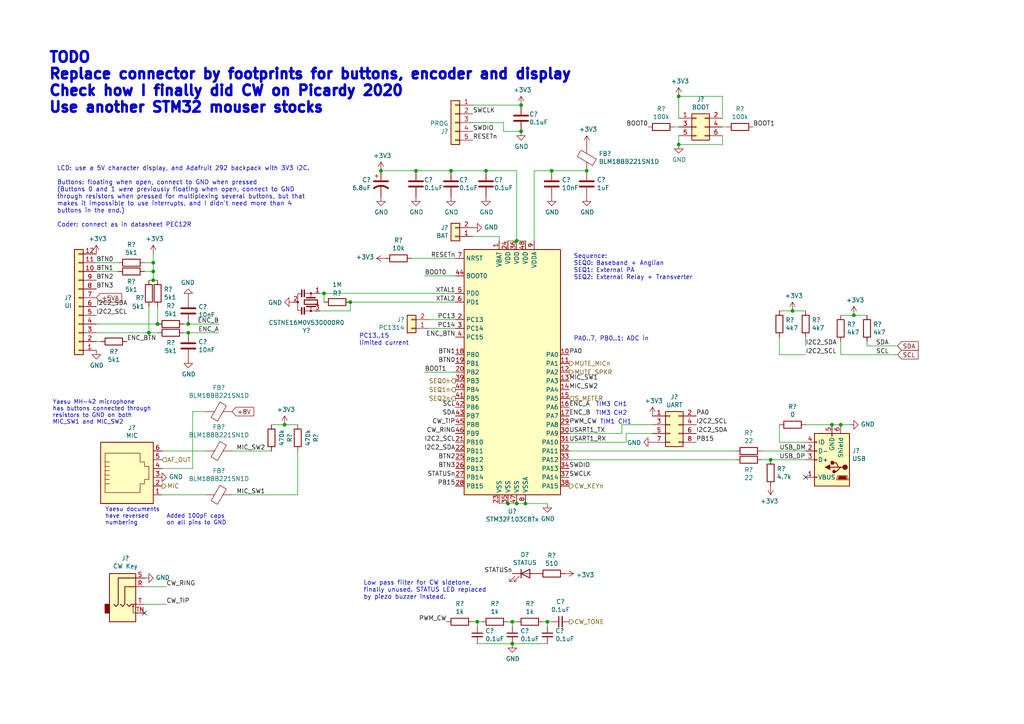
<source format=kicad_sch>
(kicad_sch (version 20211123) (generator eeschema)
  (paper "A4")
  (title_block (title "DART-70 TRX") (date "2023-01-08") (rev "0") (company "HB9EGM") (comment 1 "A 4m Band SSB/CW Transceiver"))
  (lib_symbols
    (symbol "Connector:6P6C" (pin_names (offset 1.016))
      (property "Reference" "J" (at -5.08 11.43 0))
      (property "Value" "6P6C" (at 2.54 11.43 0))
      (symbol "6P6C_1_1"
        (pin passive line (at 10.16 -5.08 180) (length 2.54) (name "~") (number "1"))
        (pin passive line (at 10.16 -2.54 180) (length 2.54) (name "~") (number "2"))
        (pin passive line (at 10.16 0 180) (length 2.54) (name "~") (number "3"))
        (pin passive line (at 10.16 2.54 180) (length 2.54) (name "~") (number "4"))
        (pin passive line (at 10.16 5.08 180) (length 2.54) (name "~") (number "5"))
        (pin passive line (at 10.16 7.62 180) (length 2.54) (name "~") (number "6"))
      )
    )
    (symbol "Connector:USB_B_Micro" (pin_names (offset 1.016))
      (property "Reference" "J" (at -5.08 11.43 0))
      (property "Value" "USB_B_Micro" (at -5.08 8.89 0))
      (symbol "USB_B_Micro_1_1"
        (pin power_out line (at 7.62 5.08 180) (length 2.54) (name "VBUS") (number "1"))
        (pin bidirectional line (at 7.62 -2.54 180) (length 2.54) (name "D-") (number "2"))
        (pin bidirectional line (at 7.62 0 180) (length 2.54) (name "D+") (number "3"))
        (pin passive line (at 7.62 -5.08 180) (length 2.54) (name "ID") (number "4"))
        (pin power_out line (at 0 -10.16 90) (length 2.54) (name "GND") (number "5"))
        (pin passive line (at -2.54 -10.16 90) (length 2.54) (name "Shield") (number "6"))
      )
    )
    (symbol "Connector_Generic:Conn_01x02" (pin_names (offset 1.016) hide)
      (property "Reference" "J" (at 0 2.54 0))
      (property "Value" "Conn_01x02" (at 0 -5.08 0))
      (symbol "Conn_01x02_1_1"
        (pin passive line (at -5.08 0 0) (length 3.81) (name "Pin_1") (number "1"))
        (pin passive line (at -5.08 -2.54 0) (length 3.81) (name "Pin_2") (number "2"))
      )
    )
    (symbol "Connector_Generic:Conn_01x05" (pin_names (offset 1.016) hide)
      (property "Reference" "J" (at 0 7.62 0))
      (property "Value" "Conn_01x05" (at 0 -7.62 0))
      (symbol "Conn_01x05_1_1"
        (pin passive line (at -5.08 5.08 0) (length 3.81) (name "Pin_1") (number "1"))
        (pin passive line (at -5.08 2.54 0) (length 3.81) (name "Pin_2") (number "2"))
        (pin passive line (at -5.08 0 0) (length 3.81) (name "Pin_3") (number "3"))
        (pin passive line (at -5.08 -2.54 0) (length 3.81) (name "Pin_4") (number "4"))
        (pin passive line (at -5.08 -5.08 0) (length 3.81) (name "Pin_5") (number "5"))
      )
    )
    (symbol "Connector_Generic:Conn_01x12" (pin_names (offset 1.016) hide)
      (property "Reference" "J" (at 0 15.24 0))
      (property "Value" "Conn_01x12" (at 0 -17.78 0))
      (symbol "Conn_01x12_1_1"
        (pin passive line (at -5.08 12.7 0) (length 3.81) (name "Pin_1") (number "1"))
        (pin passive line (at -5.08 -10.16 0) (length 3.81) (name "Pin_10") (number "10"))
        (pin passive line (at -5.08 -12.7 0) (length 3.81) (name "Pin_11") (number "11"))
        (pin passive line (at -5.08 -15.24 0) (length 3.81) (name "Pin_12") (number "12"))
        (pin passive line (at -5.08 10.16 0) (length 3.81) (name "Pin_2") (number "2"))
        (pin passive line (at -5.08 7.62 0) (length 3.81) (name "Pin_3") (number "3"))
        (pin passive line (at -5.08 5.08 0) (length 3.81) (name "Pin_4") (number "4"))
        (pin passive line (at -5.08 2.54 0) (length 3.81) (name "Pin_5") (number "5"))
        (pin passive line (at -5.08 0 0) (length 3.81) (name "Pin_6") (number "6"))
        (pin passive line (at -5.08 -2.54 0) (length 3.81) (name "Pin_7") (number "7"))
        (pin passive line (at -5.08 -5.08 0) (length 3.81) (name "Pin_8") (number "8"))
        (pin passive line (at -5.08 -7.62 0) (length 3.81) (name "Pin_9") (number "9"))
      )
    )
    (symbol "Connector_Generic:Conn_02x03_Odd_Even" (pin_names (offset 1.016) hide)
      (property "Reference" "J" (at 1.27 5.08 0))
      (property "Value" "Conn_02x03_Odd_Even" (at 1.27 -5.08 0))
      (symbol "Conn_02x03_Odd_Even_1_1"
        (pin passive line (at -5.08 2.54 0) (length 3.81) (name "Pin_1") (number "1"))
        (pin passive line (at 7.62 2.54 180) (length 3.81) (name "Pin_2") (number "2"))
        (pin passive line (at -5.08 0 0) (length 3.81) (name "Pin_3") (number "3"))
        (pin passive line (at 7.62 0 180) (length 3.81) (name "Pin_4") (number "4"))
        (pin passive line (at -5.08 -2.54 0) (length 3.81) (name "Pin_5") (number "5"))
        (pin passive line (at 7.62 -2.54 180) (length 3.81) (name "Pin_6") (number "6"))
      )
    )
    (symbol "Connector_Generic:Conn_02x04_Odd_Even" (pin_names (offset 1.016) hide)
      (property "Reference" "J" (at 1.27 5.08 0))
      (property "Value" "Conn_02x04_Odd_Even" (at 1.27 -7.62 0))
      (symbol "Conn_02x04_Odd_Even_1_1"
        (pin passive line (at -5.08 2.54 0) (length 3.81) (name "Pin_1") (number "1"))
        (pin passive line (at 7.62 2.54 180) (length 3.81) (name "Pin_2") (number "2"))
        (pin passive line (at -5.08 0 0) (length 3.81) (name "Pin_3") (number "3"))
        (pin passive line (at 7.62 0 180) (length 3.81) (name "Pin_4") (number "4"))
        (pin passive line (at -5.08 -2.54 0) (length 3.81) (name "Pin_5") (number "5"))
        (pin passive line (at 7.62 -2.54 180) (length 3.81) (name "Pin_6") (number "6"))
        (pin passive line (at -5.08 -5.08 0) (length 3.81) (name "Pin_7") (number "7"))
        (pin passive line (at 7.62 -5.08 180) (length 3.81) (name "Pin_8") (number "8"))
      )
    )
    (symbol "Device:C" (pin_numbers hide) (pin_names (offset 0.254))
      (property "Reference" "C" (at 0.635 2.54 0))
      (property "Value" "C" (at 0.635 -2.54 0))
      (symbol "C_1_1"
        (pin passive line (at 0 3.81 270) (length 2.794) (name "~") (number "1"))
        (pin passive line (at 0 -3.81 90) (length 2.794) (name "~") (number "2"))
      )
    )
    (symbol "Device:CP1" (pin_numbers hide) (pin_names (offset 0.254) hide)
      (property "Reference" "C" (at 0.635 2.54 0))
      (property "Value" "Device_CP1" (at 0.635 -2.54 0))
      (symbol "CP1_1_1"
        (pin passive line (at 0 3.81 270) (length 2.794) (name "~") (number "1"))
        (pin passive line (at 0 -3.81 90) (length 3.302) (name "~") (number "2"))
      )
    )
    (symbol "Device:C_Small" (pin_numbers hide) (pin_names (offset 0.254) hide)
      (property "Reference" "C" (at 0.254 1.778 0))
      (property "Value" "C_Small" (at 0.254 -2.032 0))
      (symbol "C_Small_1_1"
        (pin passive line (at 0 2.54 270) (length 2.032) (name "~") (number "1"))
        (pin passive line (at 0 -2.54 90) (length 2.032) (name "~") (number "2"))
      )
    )
    (symbol "Device:Ferrite_Bead" (pin_numbers hide) (pin_names (offset 0))
      (property "Reference" "FB" (at -3.81 0.635 90))
      (property "Value" "Device_Ferrite_Bead" (at 3.81 0 90))
      (symbol "Ferrite_Bead_1_1"
        (pin passive line (at 0 3.81 270) (length 2.54) (name "~") (number "1"))
        (pin passive line (at 0 -3.81 90) (length 2.54) (name "~") (number "2"))
      )
    )
    (symbol "Device:LED" (pin_numbers hide) (pin_names (offset 1.016) hide)
      (property "Reference" "D" (at 0 2.54 0))
      (property "Value" "LED" (at 0 -2.54 0))
      (symbol "LED_1_1"
        (pin passive line (at -3.81 0 0) (length 2.54) (name "K") (number "1"))
        (pin passive line (at 3.81 0 180) (length 2.54) (name "A") (number "2"))
      )
    )
    (symbol "Device:R" (pin_numbers hide) (pin_names (offset 0))
      (property "Reference" "R" (at 2.032 0 90))
      (property "Value" "R" (at 0 0 90))
      (symbol "R_1_1"
        (pin passive line (at 0 3.81 270) (length 1.27) (name "~") (number "1"))
        (pin passive line (at 0 -3.81 90) (length 1.27) (name "~") (number "2"))
      )
    )
    (symbol "MCU_ST_STM32F1:STM32F101C8Tx"
      (property "Reference" "U" (at -15.24 36.83 0))
      (property "Value" "STM32F101C8Tx" (at 7.62 36.83 0))
      (symbol "STM32F101C8Tx_1_1"
        (pin power_in line (at -5.08 38.1 270) (length 2.54) (name "VBAT") (number "1"))
        (pin bidirectional line (at 15.24 5.08 180) (length 2.54) (name "PA0") (number "10"))
        (pin bidirectional line (at 15.24 2.54 180) (length 2.54) (name "PA1") (number "11"))
        (pin bidirectional line (at 15.24 0 180) (length 2.54) (name "PA2") (number "12"))
        (pin bidirectional line (at 15.24 -2.54 180) (length 2.54) (name "PA3") (number "13"))
        (pin bidirectional line (at 15.24 -5.08 180) (length 2.54) (name "PA4") (number "14"))
        (pin bidirectional line (at 15.24 -7.62 180) (length 2.54) (name "PA5") (number "15"))
        (pin bidirectional line (at 15.24 -10.16 180) (length 2.54) (name "PA6") (number "16"))
        (pin bidirectional line (at 15.24 -12.7 180) (length 2.54) (name "PA7") (number "17"))
        (pin bidirectional line (at -17.78 5.08 0) (length 2.54) (name "PB0") (number "18"))
        (pin bidirectional line (at -17.78 2.54 0) (length 2.54) (name "PB1") (number "19"))
        (pin bidirectional line (at -17.78 15.24 0) (length 2.54) (name "PC13") (number "2"))
        (pin bidirectional line (at -17.78 0 0) (length 2.54) (name "PB2") (number "20"))
        (pin bidirectional line (at -17.78 -20.32 0) (length 2.54) (name "PB10") (number "21"))
        (pin bidirectional line (at -17.78 -22.86 0) (length 2.54) (name "PB11") (number "22"))
        (pin power_in line (at -5.08 -38.1 90) (length 2.54) (name "VSS") (number "23"))
        (pin power_in line (at -2.54 38.1 270) (length 2.54) (name "VDD") (number "24"))
        (pin bidirectional line (at -17.78 -25.4 0) (length 2.54) (name "PB12") (number "25"))
        (pin bidirectional line (at -17.78 -27.94 0) (length 2.54) (name "PB13") (number "26"))
        (pin bidirectional line (at -17.78 -30.48 0) (length 2.54) (name "PB14") (number "27"))
        (pin bidirectional line (at -17.78 -33.02 0) (length 2.54) (name "PB15") (number "28"))
        (pin bidirectional line (at 15.24 -15.24 180) (length 2.54) (name "PA8") (number "29"))
        (pin bidirectional line (at -17.78 12.7 0) (length 2.54) (name "PC14") (number "3"))
        (pin bidirectional line (at 15.24 -17.78 180) (length 2.54) (name "PA9") (number "30"))
        (pin bidirectional line (at 15.24 -20.32 180) (length 2.54) (name "PA10") (number "31"))
        (pin bidirectional line (at 15.24 -22.86 180) (length 2.54) (name "PA11") (number "32"))
        (pin bidirectional line (at 15.24 -25.4 180) (length 2.54) (name "PA12") (number "33"))
        (pin bidirectional line (at 15.24 -27.94 180) (length 2.54) (name "PA13") (number "34"))
        (pin power_in line (at -2.54 -38.1 90) (length 2.54) (name "VSS") (number "35"))
        (pin power_in line (at 0 38.1 270) (length 2.54) (name "VDD") (number "36"))
        (pin bidirectional line (at 15.24 -30.48 180) (length 2.54) (name "PA14") (number "37"))
        (pin bidirectional line (at 15.24 -33.02 180) (length 2.54) (name "PA15") (number "38"))
        (pin bidirectional line (at -17.78 -2.54 0) (length 2.54) (name "PB3") (number "39"))
        (pin bidirectional line (at -17.78 10.16 0) (length 2.54) (name "PC15") (number "4"))
        (pin bidirectional line (at -17.78 -5.08 0) (length 2.54) (name "PB4") (number "40"))
        (pin bidirectional line (at -17.78 -7.62 0) (length 2.54) (name "PB5") (number "41"))
        (pin bidirectional line (at -17.78 -10.16 0) (length 2.54) (name "PB6") (number "42"))
        (pin bidirectional line (at -17.78 -12.7 0) (length 2.54) (name "PB7") (number "43"))
        (pin input line (at -17.78 27.94 0) (length 2.54) (name "BOOT0") (number "44"))
        (pin bidirectional line (at -17.78 -15.24 0) (length 2.54) (name "PB8") (number "45"))
        (pin bidirectional line (at -17.78 -17.78 0) (length 2.54) (name "PB9") (number "46"))
        (pin power_in line (at 0 -38.1 90) (length 2.54) (name "VSS") (number "47"))
        (pin power_in line (at 2.54 38.1 270) (length 2.54) (name "VDD") (number "48"))
        (pin input line (at -17.78 22.86 0) (length 2.54) (name "PD0") (number "5"))
        (pin input line (at -17.78 20.32 0) (length 2.54) (name "PD1") (number "6"))
        (pin input line (at -17.78 33.02 0) (length 2.54) (name "NRST") (number "7"))
        (pin power_in line (at 2.54 -38.1 90) (length 2.54) (name "VSSA") (number "8"))
        (pin power_in line (at 5.08 38.1 270) (length 2.54) (name "VDDA") (number "9"))
      )
    )
    (symbol "MCU_ST_STM32F1:STM32F103C8Tx"
      (property "Reference" "U" (at -15.24 36.83 0))
      (property "Value" "STM32F103C8Tx" (at 7.62 36.83 0))
      (symbol "STM32F103C8Tx_1_1"
        (pin power_in line (at -5.08 38.1 270) (length 2.54) (name "VBAT") (number "1"))
        (pin bidirectional line (at 15.24 5.08 180) (length 2.54) (name "PA0") (number "10"))
        (pin bidirectional line (at 15.24 2.54 180) (length 2.54) (name "PA1") (number "11"))
        (pin bidirectional line (at 15.24 0 180) (length 2.54) (name "PA2") (number "12"))
        (pin bidirectional line (at 15.24 -2.54 180) (length 2.54) (name "PA3") (number "13"))
        (pin bidirectional line (at 15.24 -5.08 180) (length 2.54) (name "PA4") (number "14"))
        (pin bidirectional line (at 15.24 -7.62 180) (length 2.54) (name "PA5") (number "15"))
        (pin bidirectional line (at 15.24 -10.16 180) (length 2.54) (name "PA6") (number "16"))
        (pin bidirectional line (at 15.24 -12.7 180) (length 2.54) (name "PA7") (number "17"))
        (pin bidirectional line (at -17.78 5.08 0) (length 2.54) (name "PB0") (number "18"))
        (pin bidirectional line (at -17.78 2.54 0) (length 2.54) (name "PB1") (number "19"))
        (pin bidirectional line (at -17.78 15.24 0) (length 2.54) (name "PC13") (number "2"))
        (pin bidirectional line (at -17.78 0 0) (length 2.54) (name "PB2") (number "20"))
        (pin bidirectional line (at -17.78 -20.32 0) (length 2.54) (name "PB10") (number "21"))
        (pin bidirectional line (at -17.78 -22.86 0) (length 2.54) (name "PB11") (number "22"))
        (pin power_in line (at -5.08 -38.1 90) (length 2.54) (name "VSS") (number "23"))
        (pin power_in line (at -2.54 38.1 270) (length 2.54) (name "VDD") (number "24"))
        (pin bidirectional line (at -17.78 -25.4 0) (length 2.54) (name "PB12") (number "25"))
        (pin bidirectional line (at -17.78 -27.94 0) (length 2.54) (name "PB13") (number "26"))
        (pin bidirectional line (at -17.78 -30.48 0) (length 2.54) (name "PB14") (number "27"))
        (pin bidirectional line (at -17.78 -33.02 0) (length 2.54) (name "PB15") (number "28"))
        (pin bidirectional line (at 15.24 -15.24 180) (length 2.54) (name "PA8") (number "29"))
        (pin bidirectional line (at -17.78 12.7 0) (length 2.54) (name "PC14") (number "3"))
        (pin bidirectional line (at 15.24 -17.78 180) (length 2.54) (name "PA9") (number "30"))
        (pin bidirectional line (at 15.24 -20.32 180) (length 2.54) (name "PA10") (number "31"))
        (pin bidirectional line (at 15.24 -22.86 180) (length 2.54) (name "PA11") (number "32"))
        (pin bidirectional line (at 15.24 -25.4 180) (length 2.54) (name "PA12") (number "33"))
        (pin bidirectional line (at 15.24 -27.94 180) (length 2.54) (name "PA13") (number "34"))
        (pin power_in line (at -2.54 -38.1 90) (length 2.54) (name "VSS") (number "35"))
        (pin power_in line (at 0 38.1 270) (length 2.54) (name "VDD") (number "36"))
        (pin bidirectional line (at 15.24 -30.48 180) (length 2.54) (name "PA14") (number "37"))
        (pin bidirectional line (at 15.24 -33.02 180) (length 2.54) (name "PA15") (number "38"))
        (pin bidirectional line (at -17.78 -2.54 0) (length 2.54) (name "PB3") (number "39"))
        (pin bidirectional line (at -17.78 10.16 0) (length 2.54) (name "PC15") (number "4"))
        (pin bidirectional line (at -17.78 -5.08 0) (length 2.54) (name "PB4") (number "40"))
        (pin bidirectional line (at -17.78 -7.62 0) (length 2.54) (name "PB5") (number "41"))
        (pin bidirectional line (at -17.78 -10.16 0) (length 2.54) (name "PB6") (number "42"))
        (pin bidirectional line (at -17.78 -12.7 0) (length 2.54) (name "PB7") (number "43"))
        (pin input line (at -17.78 27.94 0) (length 2.54) (name "BOOT0") (number "44"))
        (pin bidirectional line (at -17.78 -15.24 0) (length 2.54) (name "PB8") (number "45"))
        (pin bidirectional line (at -17.78 -17.78 0) (length 2.54) (name "PB9") (number "46"))
        (pin power_in line (at 0 -38.1 90) (length 2.54) (name "VSS") (number "47"))
        (pin power_in line (at 2.54 38.1 270) (length 2.54) (name "VDD") (number "48"))
        (pin input line (at -17.78 22.86 0) (length 2.54) (name "PD0") (number "5"))
        (pin input line (at -17.78 20.32 0) (length 2.54) (name "PD1") (number "6"))
        (pin input line (at -17.78 33.02 0) (length 2.54) (name "NRST") (number "7"))
        (pin power_in line (at 2.54 -38.1 90) (length 2.54) (name "VSSA") (number "8"))
        (pin power_in line (at 5.08 38.1 270) (length 2.54) (name "VDDA") (number "9"))
      )
    )
    (symbol "mpb:CSTNE16M0V530000R0" (pin_names (offset 1.016) hide)
      (property "Reference" "Y" (at 3.175 1.905 0))
      (property "Value" "CSTNE16M0V530000R0" (at 3.175 0 0))
      (symbol "CSTNE16M0V530000R0_1_1"
        (pin passive line (at -2.54 2.54 270) (length 1.27) (name "1") (number "1"))
        (pin passive line (at 0 -5.08 90) (length 1.27) (name "2") (number "2"))
        (pin passive line (at 2.54 2.54 270) (length 1.27) (name "3") (number "3"))
      )
    )
    (symbol "mpb:CUI-SJ-3524-SMT-TR"
      (property "Reference" "J" (at 0 8.89 0))
      (property "Value" "CUI-SJ-3524-SMT-TR" (at 0 6.35 0))
      (symbol "CUI-SJ-3524-SMT-TR_1_1"
        (pin passive line (at 5.08 0 180) (length 2.54) (name "~") (number "R"))
        (pin passive line (at 5.08 2.54 180) (length 2.54) (name "~") (number "S"))
        (pin passive line (at 5.08 -5.08 180) (length 2.54) (name "~") (number "T"))
        (pin passive line (at 5.08 -7.62 180) (length 2.54) (name "~") (number "TN"))
      )
    )
    (symbol "power:+3.3V" (power) (pin_names (offset 0))
      (property "Value" "+3.3V" (at 0 3.556 0))
      (symbol "+3.3V_1_1"
        (pin power_in line (at 0 0 90) (length 0) hide (name "+3V3") (number "1"))
      )
    )
    (symbol "power:GND" (power) (pin_names (offset 0))
      (property "Value" "GND" (at 0 -3.81 0))
      (symbol "GND_1_1"
        (pin power_in line (at 0 0 270) (length 0) hide (name "GND") (number "1"))
      )
    )
  )
  (junction (at 43.18 96.52))
  (junction (at 110.49 49.53))
  (junction (at 223.52 133.35))
  (junction (at 149.86 69.85))
  (junction (at 243.84 123.19))
  (junction (at 101.6 87.63))
  (junction (at 130.81 49.53))
  (junction (at 196.85 27.94))
  (junction (at 149.86 146.05))
  (junction (at 147.32 146.05))
  (junction (at 120.65 49.53))
  (junction (at 160.02 49.53))
  (junction (at 148.59 186.69))
  (junction (at 138.43 180.34))
  (junction (at 54.61 93.98))
  (junction (at 158.75 180.34))
  (junction (at 82.55 123.19))
  (junction (at 93.98 85.09))
  (junction (at 247.65 91.44))
  (junction (at 241.3 123.19))
  (junction (at 196.85 41.91))
  (junction (at 140.97 49.53))
  (junction (at 148.59 180.34))
  (junction (at 152.4 146.05))
  (junction (at 45.72 93.98))
  (junction (at 44.45 76.2))
  (junction (at 54.61 96.52))
  (junction (at 44.45 78.74))
  (junction (at 151.13 30.48))
  (junction (at 170.18 49.53))
  (junction (at 44.45 81.28))
  (junction (at 229.87 90.17))
  (junction (at 151.13 38.1))
  (no_connect (at 233.68 138.43))
  (no_connect (at 41.91 177.8))
  (wire (pts (xy 165.1 133.35) (xy 213.36 133.35)))
  (wire (pts (xy 27.94 93.98) (xy 45.72 93.98)))
  (wire (pts (xy 119.38 74.93) (xy 132.08 74.93)))
  (wire (pts (xy 247.65 91.44) (xy 251.46 91.44)))
  (wire (pts (xy 53.34 93.98) (xy 54.61 93.98)))
  (wire (pts (xy 46.99 143.51) (xy 59.69 143.51)))
  (wire (pts (xy 165.1 130.81) (xy 213.36 130.81)))
  (wire (pts (xy 251.46 100.33) (xy 260.35 100.33)))
  (wire (pts (xy 67.31 130.81) (xy 78.74 130.81)))
  (wire (pts (xy 55.88 135.89) (xy 55.88 119.38)))
  (wire (pts (xy 243.84 102.87) (xy 243.84 99.06)))
  (wire (pts (xy 27.94 76.2) (xy 34.29 76.2)))
  (wire (pts (xy 130.81 49.53) (xy 140.97 49.53)))
  (wire (pts (xy 137.16 30.48) (xy 151.13 30.48)))
  (wire (pts (xy 189.23 125.73) (xy 181.61 125.73)))
  (wire (pts (xy 160.02 49.53) (xy 154.94 49.53)))
  (wire (pts (xy 86.36 123.19) (xy 82.55 123.19)))
  (wire (pts (xy 146.05 35.56) (xy 146.05 38.1)))
  (wire (pts (xy 138.43 180.34) (xy 138.43 181.61)))
  (wire (pts (xy 53.34 96.52) (xy 54.61 96.52)))
  (wire (pts (xy 223.52 133.35) (xy 233.68 133.35)))
  (wire (pts (xy 229.87 90.17) (xy 233.68 90.17)))
  (wire (pts (xy 123.19 107.95) (xy 132.08 107.95)))
  (wire (pts (xy 243.84 91.44) (xy 247.65 91.44)))
  (wire (pts (xy 43.18 88.9) (xy 43.18 96.52)))
  (wire (pts (xy 120.65 49.53) (xy 130.81 49.53)))
  (wire (pts (xy 110.49 49.53) (xy 120.65 49.53)))
  (wire (pts (xy 158.75 181.61) (xy 158.75 180.34)))
  (wire (pts (xy 226.06 90.17) (xy 229.87 90.17)))
  (wire (pts (xy 148.59 186.69) (xy 158.75 186.69)))
  (wire (pts (xy 158.75 180.34) (xy 160.02 180.34)))
  (wire (pts (xy 160.02 49.53) (xy 170.18 49.53)))
  (wire (pts (xy 45.72 81.28) (xy 44.45 81.28)))
  (wire (pts (xy 124.46 92.71) (xy 132.08 92.71)))
  (wire (pts (xy 137.16 35.56) (xy 146.05 35.56)))
  (wire (pts (xy 165.1 128.27) (xy 181.61 128.27)))
  (wire (pts (xy 45.72 138.43) (xy 46.99 138.43)))
  (wire (pts (xy 44.45 76.2) (xy 44.45 73.66)))
  (wire (pts (xy 27.94 96.52) (xy 43.18 96.52)))
  (wire (pts (xy 226.06 128.27) (xy 233.68 128.27)))
  (wire (pts (xy 146.05 38.1) (xy 151.13 38.1)))
  (wire (pts (xy 196.85 41.91) (xy 209.55 41.91)))
  (wire (pts (xy 101.6 90.17) (xy 101.6 87.63)))
  (wire (pts (xy 226.06 102.87) (xy 226.06 97.79)))
  (wire (pts (xy 27.94 99.06) (xy 29.21 99.06)))
  (wire (pts (xy 165.1 125.73) (xy 180.34 125.73)))
  (wire (pts (xy 137.16 180.34) (xy 138.43 180.34)))
  (wire (pts (xy 243.84 102.87) (xy 260.35 102.87)))
  (wire (pts (xy 223.52 133.35) (xy 220.98 133.35)))
  (wire (pts (xy 140.97 49.53) (xy 149.86 49.53)))
  (wire (pts (xy 157.48 180.34) (xy 158.75 180.34)))
  (wire (pts (xy 147.32 146.05) (xy 144.78 146.05)))
  (wire (pts (xy 243.84 123.19) (xy 241.3 123.19)))
  (wire (pts (xy 144.78 68.58) (xy 137.16 68.58)))
  (wire (pts (xy 45.72 88.9) (xy 45.72 93.98)))
  (wire (pts (xy 195.58 36.83) (xy 196.85 36.83)))
  (wire (pts (xy 233.68 102.87) (xy 226.06 102.87)))
  (wire (pts (xy 148.59 180.34) (xy 149.86 180.34)))
  (wire (pts (xy 101.6 87.63) (xy 132.08 87.63)))
  (wire (pts (xy 101.6 90.17) (xy 92.71 90.17)))
  (wire (pts (xy 27.94 78.74) (xy 34.29 78.74)))
  (wire (pts (xy 67.31 143.51) (xy 86.36 143.51)))
  (wire (pts (xy 86.36 143.51) (xy 86.36 130.81)))
  (wire (pts (xy 220.98 130.81) (xy 233.68 130.81)))
  (wire (pts (xy 144.78 69.85) (xy 144.78 68.58)))
  (wire (pts (xy 149.86 69.85) (xy 147.32 69.85)))
  (wire (pts (xy 196.85 34.29) (xy 196.85 27.94)))
  (wire (pts (xy 82.55 123.19) (xy 78.74 123.19)))
  (wire (pts (xy 209.55 34.29) (xy 209.55 27.94)))
  (wire (pts (xy 124.46 95.25) (xy 132.08 95.25)))
  (wire (pts (xy 93.98 87.63) (xy 93.98 85.09)))
  (wire (pts (xy 41.91 175.26) (xy 48.26 175.26)))
  (wire (pts (xy 152.4 146.05) (xy 149.86 146.05)))
  (wire (pts (xy 149.86 49.53) (xy 149.86 69.85)))
  (wire (pts (xy 41.91 170.18) (xy 48.26 170.18)))
  (wire (pts (xy 54.61 96.52) (xy 63.5 96.52)))
  (wire (pts (xy 41.91 78.74) (xy 44.45 78.74)))
  (wire (pts (xy 181.61 125.73) (xy 181.61 128.27)))
  (wire (pts (xy 93.98 85.09) (xy 92.71 85.09)))
  (wire (pts (xy 152.4 69.85) (xy 149.86 69.85)))
  (wire (pts (xy 55.88 119.38) (xy 59.69 119.38)))
  (wire (pts (xy 44.45 81.28) (xy 43.18 81.28)))
  (wire (pts (xy 180.34 123.19) (xy 189.23 123.19)))
  (wire (pts (xy 209.55 41.91) (xy 209.55 39.37)))
  (wire (pts (xy 233.68 100.33) (xy 233.68 97.79)))
  (wire (pts (xy 154.94 49.53) (xy 154.94 69.85)))
  (wire (pts (xy 46.99 135.89) (xy 55.88 135.89)))
  (wire (pts (xy 43.18 96.52) (xy 45.72 96.52)))
  (wire (pts (xy 209.55 27.94) (xy 196.85 27.94)))
  (wire (pts (xy 148.59 181.61) (xy 148.59 180.34)))
  (wire (pts (xy 147.32 180.34) (xy 148.59 180.34)))
  (wire (pts (xy 246.38 123.19) (xy 243.84 123.19)))
  (wire (pts (xy 132.08 85.09) (xy 93.98 85.09)))
  (wire (pts (xy 44.45 81.28) (xy 44.45 78.74)))
  (wire (pts (xy 138.43 186.69) (xy 148.59 186.69)))
  (wire (pts (xy 41.91 76.2) (xy 44.45 76.2)))
  (wire (pts (xy 158.75 146.05) (xy 152.4 146.05)))
  (wire (pts (xy 226.06 123.19) (xy 226.06 128.27)))
  (wire (pts (xy 138.43 180.34) (xy 139.7 180.34)))
  (wire (pts (xy 180.34 125.73) (xy 180.34 123.19)))
  (wire (pts (xy 46.99 130.81) (xy 59.69 130.81)))
  (wire (pts (xy 44.45 78.74) (xy 44.45 76.2)))
  (wire (pts (xy 196.85 41.91) (xy 196.85 39.37)))
  (wire (pts (xy 54.61 93.98) (xy 63.5 93.98)))
  (wire (pts (xy 123.19 80.01) (xy 132.08 80.01)))
  (wire (pts (xy 251.46 100.33) (xy 251.46 99.06)))
  (wire (pts (xy 149.86 146.05) (xy 147.32 146.05)))
  (wire (pts (xy 210.82 36.83) (xy 209.55 36.83)))
  (wire (pts (xy 241.3 123.19) (xy 233.68 123.19)))
  (text "Yaesu documents\nhave reversed\nnumbering" (at 30.48 152.4 0) (effects (font (size 1.1938 1.1938)) (justify left bottom)))
  (text "TODO\nReplace connector by footprints for buttons, encoder and display\nCheck how I finally did CW on Picardy 2020\nUse another STM32 mouser stocks" (at 13.97 33.02 0) (effects (font (size 3 3) (thickness 0.8) bold) (justify left bottom)))
  (text "TIM1 CH1" (at 173.99 123.19 0) (effects (font (size 1.27 1.27)) (justify left bottom)))
  (text "Yaesu MH-42 microphone\nhas buttons connected through\nresistors to GND on both\nMIC_SW1 and MIC_SW2" (at 15.24 123.19 0) (effects (font (size 1.1938 1.1938)) (justify left bottom)))
  (text "Low pass filter for CW sidetone,\nfinally unused. STATUS LED replaced\nby piezo buzzer instead." (at 105.41 173.99 0) (effects (font (size 1.27 1.27)) (justify left bottom)))
  (text "TIM3 CH1" (at 172.72 118.11 0) (effects (font (size 1.27 1.27)) (justify left bottom)))
  (text "Added 100pF caps\non all pins to GND" (at 48.26 152.4 0) (effects (font (size 1.1938 1.1938)) (justify left bottom)))
  (text "TIM3 CH2" (at 172.72 120.65 0) (effects (font (size 1.27 1.27)) (justify left bottom)))
  (text "PC13..15\nlimited current" (at 104.14 100.33 0) (effects (font (size 1.27 1.27)) (justify left bottom)))
  (text "LCD: use a 5V character display, and Adafruit 292 backpack with 3V3 I2C.\n\nButtons: floating when open, connect to GND when pressed\n(Buttons 0 and 1 were previously floating when open, connect to GND\nthrough resistors when pressed for multiplexing several buttons, but that\nmakes it impossible to use interrupts, and I didn't need more than 4\nbuttons in the end.)\n\nCoder: connect as in datasheet PEC12R" (at 16.51 66.04 0) (effects (font (size 1.27 1.27)) (justify left bottom)))
  (text "Sequence:\nSEQ0: Baseband + Anglian\nSEQ1: External PA\nSEQ2: External Relay + Transverter" (at 166.37 81.28 0) (effects (font (size 1.27 1.27)) (justify left bottom)))
  (text "PA0..7, PB0..1: ADC in" (at 166.37 99.06 0) (effects (font (size 1.27 1.27)) (justify left bottom)))
  (label "USB_DP" (at 226.06 133.35 0))
  (label "USART1_RX" (at 165.1 128.27 0))
  (label "SDA" (at 132.08 120.65 180))
  (label "MIC_SW2" (at 68.58 130.81 0))
  (label "BTN1" (at 132.08 102.87 180))
  (label "MIC_SW1" (at 68.58 143.51 0))
  (label "PB15" (at 201.93 128.27 0))
  (label "I2C2_SDA" (at 233.68 100.33 0))
  (label "MIC_SW1" (at 165.1 110.49 0))
  (label "BOOT1" (at 218.44 36.83 0))
  (label "STATUSn" (at 148.59 166.37 180))
  (label "BTN2" (at 132.08 133.35 180))
  (label "ENC_A" (at 63.5 96.52 180))
  (label "I2C2_SDA" (at 201.93 125.73 0))
  (label "USB_DM" (at 226.06 130.81 0))
  (label "PB15" (at 132.08 140.97 180))
  (label "SWDIO" (at 165.1 135.89 0))
  (label "CW_RING" (at 48.26 170.18 0))
  (label "ENC_BTN" (at 132.08 97.79 180))
  (label "I2C2_SCL" (at 201.93 123.19 0))
  (label "SCL" (at 132.08 118.11 180))
  (label "XTAL2" (at 132.08 87.63 180))
  (label "CW_RING" (at 132.08 125.73 180))
  (label "I2C2_SCL" (at 233.68 102.87 0))
  (label "I2C2_SCL" (at 27.94 91.44 0))
  (label "I2C2_SDA" (at 132.08 130.81 180))
  (label "SDA" (at 257.81 100.33 180))
  (label "BTN0" (at 132.08 105.41 180))
  (label "SCL" (at 257.81 102.87 180))
  (label "ENC_BTN" (at 36.83 99.06 0))
  (label "ENC_A" (at 165.1 118.11 0))
  (label "CW_TIP" (at 48.26 175.26 0))
  (label "XTAL1" (at 132.08 85.09 180))
  (label "ENC_B" (at 165.1 120.65 0))
  (label "STATUSn" (at 132.08 138.43 180))
  (label "BTN2" (at 27.94 81.28 0))
  (label "RESETn" (at 137.16 40.64 0))
  (label "PWM_CW" (at 165.1 123.19 0))
  (label "BOOT0" (at 123.19 80.01 0))
  (label "PC14" (at 132.08 95.25 180))
  (label "PA0" (at 165.1 102.87 0))
  (label "I2C2_SDA" (at 27.94 88.9 0))
  (label "SWCLK" (at 137.16 33.02 0))
  (label "PC13" (at 132.08 92.71 180))
  (label "SWCLK" (at 165.1 138.43 0))
  (label "BTN3" (at 27.94 83.82 0))
  (label "BTN0" (at 27.94 76.2 0))
  (label "BOOT1" (at 123.19 107.95 0))
  (label "CW_TIP" (at 132.08 123.19 180))
  (label "PWM_CW" (at 129.54 180.34 180))
  (label "ENC_B" (at 63.5 93.98 180))
  (label "SWDIO" (at 137.16 38.1 0))
  (label "USART1_TX" (at 165.1 125.73 0))
  (label "MIC_SW2" (at 165.1 113.03 0))
  (label "RESETn" (at 132.08 74.93 180))
  (label "I2C2_SCL" (at 132.08 128.27 180))
  (label "PA0" (at 201.93 120.65 0))
  (label "BTN3" (at 132.08 135.89 180))
  (label "BTN1" (at 27.94 78.74 0))
  (label "BOOT0" (at 187.96 36.83 180))
  (global_label "+8V" (shape input) (at 67.31 119.38 0) (property "Intersheet References" "${INTERSHEET_REFS}" (effects hide)))
  (global_label "SDA" (shape input) (at 260.35 100.33 0) (property "Intersheet References" "${INTERSHEET_REFS}" (effects hide)))
  (global_label "+5VA" (shape input) (at 27.94 86.36 0) (property "Intersheet References" "${INTERSHEET_REFS}" (effects hide)))
  (global_label "SCL" (shape input) (at 260.35 102.87 0) (property "Intersheet References" "${INTERSHEET_REFS}" (effects hide)))
  (hierarchical_label "SEQ1n" (shape output) (at 132.08 113.03 180))
  (hierarchical_label "MUTE_SPKR" (shape output) (at 165.1 107.95 0))
  (hierarchical_label "CW_KEYn" (shape output) (at 165.1 140.97 0))
  (hierarchical_label "SEQ0n" (shape output) (at 132.08 110.49 180))
  (hierarchical_label "AF_OUT" (shape input) (at 46.99 133.35 0))
  (hierarchical_label "MIC" (shape output) (at 46.99 140.97 0))
  (hierarchical_label "S_METER" (shape input) (at 165.1 115.57 0))
  (hierarchical_label "CW_TONE" (shape output) (at 165.1 180.34 0))
  (hierarchical_label "SEQ2n" (shape output) (at 132.08 115.57 180))
  (hierarchical_label "MUTE_MICn" (shape output) (at 165.1 105.41 0))
  (symbol (lib_id "Device:R") (at 115.57 74.93 90) (unit 1)
    (property "Reference" "R?" (at 115.57 69.6722 90))
    (property "Value" "10k" (at 115.57 71.9836 90))
    (property "Footprint" "Resistor_SMD:R_0603_1608Metric_Pad1.05x0.95mm_HandSolder" (effects hide))
    (property "Need_order" "0" (effects hide))
  )
  (symbol (lib_id "Connector_Generic:Conn_01x12") (at 22.86 88.9 180) (unit 1)
    (property "Reference" "J?" (at 20.8534 86.36 0) (effects (justify left)))
    (property "Value" "UI" (at 20.8534 88.6714 0) (effects (justify left)))
    (property "Footprint" "Connector_PinHeader_2.54mm:PinHeader_1x12_P2.54mm_Vertical" (effects hide))
    (property "Need_order" "1" (effects hide))
    (property "MPN" " Adafruit 292 and PEC12R-4022F-S0024" (effects hide))
  )
  (symbol (lib_id "power:+3.3V") (at 27.94 73.66 0) (unit 1)
    (property "Reference" "#PWR?" (effects hide))
    (property "Value" "+3.3V" (at 28.321 69.2658 0))
  )
  (symbol (lib_id "power:GND") (at 54.61 86.36 180) (unit 1)
    (property "Reference" "#PWR?" (effects hide))
    (property "Value" "GND" (at 54.483 81.9658 0))
  )
  (symbol (lib_id "Device:Ferrite_Bead") (at 170.18 45.72 180) (unit 1)
    (property "Reference" "FB?" (at 173.6598 44.5516 0) (effects (justify right)))
    (property "Value" "BLM18BB221SN1D" (at 173.6598 46.863 0) (effects (justify right)))
    (property "Footprint" "Inductor_SMD:L_0603_1608Metric_Pad1.05x0.95mm_HandSolder" (effects hide))
    (property "MPN" "BLM18BB221SN1D" (effects hide))
    (property "Need_order" "0" (effects hide))
  )
  (symbol (lib_id "Device:R") (at 133.35 180.34 270) (unit 1)
    (property "Reference" "R?" (at 133.35 175.0822 90))
    (property "Value" "1k" (at 133.35 177.3936 90))
    (property "Footprint" "Resistor_SMD:R_0603_1608Metric_Pad1.05x0.95mm_HandSolder" (effects hide))
    (property "Need_order" "0" (effects hide))
  )
  (symbol (lib_id "Device:C_Small") (at 148.59 184.15 0) (unit 1)
    (property "Reference" "C?" (at 150.9268 182.9816 0) (effects (justify left)))
    (property "Value" "0.1uF" (at 150.9268 185.293 0) (effects (justify left)))
    (property "Footprint" "Capacitor_SMD:C_0603_1608Metric_Pad1.05x0.95mm_HandSolder" (effects hide))
    (property "MPN" "GRM188R71H104KA93D" (effects hide))
    (property "Need_order" "0" (effects hide))
  )
  (symbol (lib_id "Device:R") (at 143.51 180.34 270) (unit 1)
    (property "Reference" "R?" (at 143.51 175.0822 90))
    (property "Value" "1k" (at 143.51 177.3936 90))
    (property "Footprint" "Resistor_SMD:R_0603_1608Metric_Pad1.05x0.95mm_HandSolder" (effects hide))
    (property "Need_order" "0" (effects hide))
  )
  (symbol (lib_id "Device:C_Small") (at 138.43 184.15 0) (unit 1)
    (property "Reference" "C?" (at 140.7668 182.9816 0) (effects (justify left)))
    (property "Value" "0.1uF" (at 140.7668 185.293 0) (effects (justify left)))
    (property "Footprint" "Capacitor_SMD:C_0603_1608Metric_Pad1.05x0.95mm_HandSolder" (effects hide))
    (property "MPN" "GRM188R71H104KA93D" (effects hide))
    (property "Need_order" "0" (effects hide))
  )
  (symbol (lib_id "Device:C_Small") (at 158.75 184.15 0) (unit 1)
    (property "Reference" "C?" (at 161.0868 182.9816 0) (effects (justify left)))
    (property "Value" "0.1uF" (at 161.0868 185.293 0) (effects (justify left)))
    (property "Footprint" "Capacitor_SMD:C_0603_1608Metric_Pad1.05x0.95mm_HandSolder" (effects hide))
    (property "MPN" "GRM188R71H104KA93D" (effects hide))
    (property "Need_order" "0" (effects hide))
  )
  (symbol (lib_id "Device:R") (at 153.67 180.34 270) (unit 1)
    (property "Reference" "R?" (at 153.67 175.0822 90))
    (property "Value" "1k" (at 153.67 177.3936 90))
    (property "Footprint" "Resistor_SMD:R_0603_1608Metric_Pad1.05x0.95mm_HandSolder" (effects hide))
    (property "Need_order" "0" (effects hide))
  )
  (symbol (lib_id "Device:C_Small") (at 162.56 180.34 90) (unit 1)
    (property "Reference" "C?" (at 162.56 174.5234 90))
    (property "Value" "0.1uF" (at 162.56 176.8348 90))
    (property "Footprint" "Capacitor_SMD:C_0603_1608Metric_Pad1.05x0.95mm_HandSolder" (effects hide))
    (property "MPN" "GRM188R71H104KA93D" (effects hide))
    (property "Need_order" "0" (effects hide))
  )
  (symbol (lib_id "power:GND") (at 148.59 186.69 0) (unit 1)
    (property "Reference" "#PWR?" (effects hide))
    (property "Value" "GND" (at 148.717 191.0842 0))
  )
  (symbol (lib_id "Device:R") (at 243.84 95.25 0) (unit 1)
    (property "Reference" "R?" (at 245.618 94.0816 0) (effects (justify left)))
    (property "Value" "4k7" (at 245.618 96.393 0) (effects (justify left)))
    (property "Footprint" "Resistor_SMD:R_0603_1608Metric_Pad1.05x0.95mm_HandSolder" (effects hide))
    (property "Need_order" "0" (effects hide))
  )
  (symbol (lib_id "Device:R") (at 251.46 95.25 0) (unit 1)
    (property "Reference" "R?" (at 253.238 94.0816 0) (effects (justify left)))
    (property "Value" "4k7" (at 253.238 96.393 0) (effects (justify left)))
    (property "Footprint" "Resistor_SMD:R_0603_1608Metric_Pad1.05x0.95mm_HandSolder" (effects hide))
    (property "Need_order" "0" (effects hide))
  )
  (symbol (lib_id "power:+3.3V") (at 247.65 91.44 0) (unit 1)
    (property "Reference" "#PWR?" (effects hide))
    (property "Value" "+3.3V" (at 248.031 87.0458 0))
  )
  (symbol (lib_id "Device:R") (at 78.74 127 180) (unit 1)
    (property "Reference" "R?" (at 83.9978 127 90))
    (property "Value" "470k" (at 81.6864 127 90))
    (property "Footprint" "Resistor_SMD:R_0603_1608Metric_Pad1.05x0.95mm_HandSolder" (effects hide))
    (property "Need_order" "0" (effects hide))
  )
  (symbol (lib_id "Device:R") (at 86.36 127 180) (unit 1)
    (property "Reference" "R?" (at 91.6178 127 90))
    (property "Value" "470k" (at 89.3064 127 90))
    (property "Footprint" "Resistor_SMD:R_0603_1608Metric_Pad1.05x0.95mm_HandSolder" (effects hide))
    (property "Need_order" "0" (effects hide))
  )
  (symbol (lib_id "power:+3.3V") (at 82.55 123.19 0) (unit 1)
    (property "Reference" "#PWR?" (effects hide))
    (property "Value" "+3.3V" (at 82.931 118.7958 0))
  )
  (symbol (lib_id "Device:R") (at 38.1 78.74 90) (unit 1)
    (property "Reference" "R?" (at 38.1 81.661 90))
    (property "Value" "5k1" (at 38.1 83.9724 90))
    (property "Footprint" "Resistor_SMD:R_0603_1608Metric_Pad1.05x0.95mm_HandSolder" (effects hide))
    (property "Need_order" "0" (effects hide))
  )
  (symbol (lib_id "Device:R") (at 38.1 76.2 90) (unit 1)
    (property "Reference" "R?" (at 38.1 70.9422 90))
    (property "Value" "5k1" (at 38.1 73.2536 90))
    (property "Footprint" "Resistor_SMD:R_0603_1608Metric_Pad1.05x0.95mm_HandSolder" (effects hide))
    (property "Need_order" "0" (effects hide))
  )
  (symbol (lib_id "MCU_ST_STM32F1:STM32F103C8Tx") (at 149.86 107.95 0) (unit 1)
    (property "Reference" "U?" (at 148.59 148.3106 0))
    (property "Value" "STM32F103C8Tx" (at 148.59 150.622 0))
    (property "Footprint" "Package_QFP:LQFP-48_7x7mm_P0.5mm" (effects hide))
    (property "Datasheet" "http://www.st.com/st-web-ui/static/active/en/resource/technical/document/datasheet/CD00161566.pdf" (effects hide))
    (property "MPN" "STM32F103C8T6" (effects hide))
  )
  (symbol (lib_id "Device:R") (at 191.77 36.83 270) (unit 1)
    (property "Reference" "R?" (at 191.77 31.5722 90))
    (property "Value" "100k" (at 191.77 33.8836 90))
    (property "Footprint" "Resistor_SMD:R_0603_1608Metric_Pad1.05x0.95mm_HandSolder" (effects hide))
    (property "Need_order" "0" (effects hide))
  )
  (symbol (lib_id "Device:R") (at 217.17 130.81 270) (unit 1)
    (property "Reference" "R?" (at 217.17 125.5522 90))
    (property "Value" "22" (at 217.17 127.8636 90))
    (property "Footprint" "Resistor_SMD:R_0603_1608Metric_Pad1.05x0.95mm_HandSolder" (effects hide))
    (property "Need_order" "0" (effects hide))
  )
  (symbol (lib_id "Device:R") (at 217.17 133.35 270) (unit 1)
    (property "Reference" "R?" (at 217.17 136.271 90))
    (property "Value" "22" (at 217.17 138.5824 90))
    (property "Footprint" "Resistor_SMD:R_0603_1608Metric_Pad1.05x0.95mm_HandSolder" (effects hide))
    (property "Need_order" "0" (effects hide))
  )
  (symbol (lib_id "Device:R") (at 223.52 137.16 180) (unit 1)
    (property "Reference" "R?" (at 225.298 135.9916 0) (effects (justify right)))
    (property "Value" "4.7k" (at 225.298 138.303 0) (effects (justify right)))
    (property "Footprint" "Resistor_SMD:R_0603_1608Metric_Pad1.05x0.95mm_HandSolder" (effects hide))
    (property "Need_order" "0" (effects hide))
  )
  (symbol (lib_id "power:+3.3V") (at 223.52 140.97 180) (unit 1)
    (property "Reference" "#PWR?" (effects hide))
    (property "Value" "+3.3V" (at 223.139 145.3642 0))
  )
  (symbol (lib_id "power:GND") (at 140.97 57.15 0) (unit 1)
    (property "Reference" "#PWR?" (effects hide))
    (property "Value" "GND" (at 141.097 61.5442 0))
  )
  (symbol (lib_id "power:GND") (at 130.81 57.15 0) (unit 1)
    (property "Reference" "#PWR?" (effects hide))
    (property "Value" "GND" (at 130.937 61.5442 0))
  )
  (symbol (lib_id "power:GND") (at 120.65 57.15 0) (unit 1)
    (property "Reference" "#PWR?" (effects hide))
    (property "Value" "GND" (at 120.777 61.5442 0))
  )
  (symbol (lib_id "power:+3.3V") (at 110.49 49.53 0) (unit 1)
    (property "Reference" "#PWR?" (effects hide))
    (property "Value" "+3.3V" (at 110.871 45.1358 0))
  )
  (symbol (lib_id "Device:CP1") (at 110.49 53.34 0) (unit 1)
    (property "Reference" "C?" (at 107.5944 52.1716 0) (effects (justify right)))
    (property "Value" "6.8uF" (at 107.5944 54.483 0) (effects (justify right)))
    (property "Footprint" "Capacitor_SMD:C_1206_3216Metric" (effects hide))
    (property "MPN" "Tantalum" (effects hide))
    (property "Need_order" "0" (effects hide))
  )
  (symbol (lib_id "power:GND") (at 110.49 57.15 0) (unit 1)
    (property "Reference" "#PWR?" (effects hide))
    (property "Value" "GND" (at 110.617 61.5442 0))
  )
  (symbol (lib_id "Device:C") (at 120.65 53.34 0) (unit 1)
    (property "Reference" "C?" (at 122.9868 52.1716 0) (effects (justify left)))
    (property "Value" "0.1uF" (at 122.9868 54.483 0) (effects (justify left)))
    (property "Footprint" "Capacitor_SMD:C_0603_1608Metric_Pad1.05x0.95mm_HandSolder" (effects hide))
    (property "MPN" "GRM188R71H104KA93D" (effects hide))
    (property "Need_order" "0" (effects hide))
  )
  (symbol (lib_id "Device:C") (at 130.81 53.34 0) (unit 1)
    (property "Reference" "C?" (at 133.1468 52.1716 0) (effects (justify left)))
    (property "Value" "0.1uF" (at 133.1468 54.483 0) (effects (justify left)))
    (property "Footprint" "Capacitor_SMD:C_0603_1608Metric_Pad1.05x0.95mm_HandSolder" (effects hide))
    (property "MPN" "GRM188R71H104KA93D" (effects hide))
    (property "Need_order" "0" (effects hide))
  )
  (symbol (lib_id "Device:C") (at 140.97 53.34 0) (unit 1)
    (property "Reference" "C?" (at 143.3068 52.1716 0) (effects (justify left)))
    (property "Value" "0.1uF" (at 143.3068 54.483 0) (effects (justify left)))
    (property "Footprint" "Capacitor_SMD:C_0603_1608Metric_Pad1.05x0.95mm_HandSolder" (effects hide))
    (property "MPN" "GRM188R71H104KA93D" (effects hide))
    (property "Need_order" "0" (effects hide))
  )
  (symbol (lib_id "Device:C") (at 160.02 53.34 180) (unit 1)
    (property "Reference" "C?" (at 162.941 52.1716 0) (effects (justify right)))
    (property "Value" "10nF" (at 162.941 54.483 0) (effects (justify right)))
    (property "Footprint" "Capacitor_SMD:C_0805_2012Metric" (effects hide))
    (property "MPN" "VJ0805A103KXJTBC" (effects hide))
    (property "Need_order" "1" (effects hide))
  )
  (symbol (lib_id "power:GND") (at 160.02 57.15 0) (unit 1)
    (property "Reference" "#PWR?" (effects hide))
    (property "Value" "GND" (at 160.147 61.5442 0))
  )
  (symbol (lib_id "power:GND") (at 170.18 57.15 0) (unit 1)
    (property "Reference" "#PWR?" (effects hide))
    (property "Value" "GND" (at 170.307 61.5442 0))
  )
  (symbol (lib_id "power:+3.3V") (at 170.18 41.91 0) (unit 1)
    (property "Reference" "#PWR?" (effects hide))
    (property "Value" "+3.3V" (at 170.561 37.5158 0))
  )
  (symbol (lib_id "Connector_Generic:Conn_01x02") (at 132.08 68.58 180) (unit 1)
    (property "Reference" "J?" (at 130.0734 66.04 0) (effects (justify left)))
    (property "Value" "BAT" (at 130.0734 68.3514 0) (effects (justify left)))
    (property "Footprint" "Connector_PinHeader_2.54mm:PinHeader_1x02_P2.54mm_Vertical" (effects hide))
    (property "Need_order" "0" (effects hide))
  )
  (symbol (lib_id "power:GND") (at 137.16 66.04 90) (unit 1)
    (property "Reference" "#PWR?" (effects hide))
    (property "Value" "GND" (at 140.4112 65.913 90) (effects (justify right)))
  )
  (symbol (lib_id "power:GND") (at 158.75 146.05 0) (unit 1)
    (property "Reference" "#PWR?" (effects hide))
    (property "Value" "GND" (at 158.877 150.4442 0))
  )
  (symbol (lib_id "Connector:USB_B_Micro") (at 241.3 133.35 180) (unit 1)
    (property "Reference" "J?" (at 247.142 130.7338 0) (effects (justify right)))
    (property "Value" "USB" (at 247.142 133.0452 0) (effects (justify right)))
    (property "Footprint" "Connector_USB:USB_Micro-B_Molex-105017-0001" (effects hide))
    (property "MPN" "Molex 104017-0001" (effects hide))
  )
  (symbol (lib_id "power:GND") (at 246.38 123.19 90) (unit 1)
    (property "Reference" "#PWR?" (effects hide))
    (property "Value" "GND" (at 249.6312 123.063 90) (effects (justify right)))
  )
  (symbol (lib_id "Connector_Generic:Conn_01x05") (at 132.08 35.56 0) (mirror y) (unit 1)
    (property "Reference" "J?" (at 130.0734 38.1 0) (effects (justify left)))
    (property "Value" "PROG" (at 130.0734 35.7886 0) (effects (justify left)))
    (property "Footprint" "Connector_PinHeader_2.54mm:PinHeader_1x05_P2.54mm_Vertical" (effects hide))
    (property "Need_order" "0" (effects hide))
  )
  (symbol (lib_id "Device:C") (at 151.13 34.29 0) (unit 1)
    (property "Reference" "C?" (at 153.4668 33.1216 0) (effects (justify left)))
    (property "Value" "0.1uF" (at 153.4668 35.433 0) (effects (justify left)))
    (property "Footprint" "Capacitor_SMD:C_0603_1608Metric_Pad1.05x0.95mm_HandSolder" (effects hide))
    (property "MPN" "GRM188R71H104KA93D" (effects hide))
    (property "Need_order" "0" (effects hide))
  )
  (symbol (lib_id "power:GND") (at 151.13 38.1 0) (unit 1)
    (property "Reference" "#PWR?" (effects hide))
    (property "Value" "GND" (at 151.257 42.4942 0))
  )
  (symbol (lib_id "power:+3.3V") (at 151.13 30.48 0) (unit 1)
    (property "Reference" "#PWR?" (effects hide))
    (property "Value" "+3.3V" (at 151.511 26.0858 0))
  )
  (symbol (lib_id "Device:R") (at 214.63 36.83 90) (unit 1)
    (property "Reference" "R?" (at 214.63 31.5722 90))
    (property "Value" "100k" (at 214.63 33.8836 90))
    (property "Footprint" "Resistor_SMD:R_0603_1608Metric_Pad1.05x0.95mm_HandSolder" (effects hide))
    (property "Need_order" "0" (effects hide))
  )
  (symbol (lib_id "Connector_Generic:Conn_02x03_Odd_Even") (at 201.93 36.83 0) (unit 1)
    (property "Reference" "J?" (at 203.2 28.7782 0))
    (property "Value" "BOOT" (at 203.2 31.0896 0))
    (property "Footprint" "Connector_PinHeader_2.54mm:PinHeader_2x03_P2.54mm_Vertical" (effects hide))
  )
  (symbol (lib_id "power:GND") (at 196.85 41.91 0) (unit 1)
    (property "Reference" "#PWR?" (effects hide))
    (property "Value" "GND" (at 196.977 46.3042 0))
  )
  (symbol (lib_id "power:+3.3V") (at 196.85 27.94 0) (unit 1)
    (property "Reference" "#PWR?" (effects hide))
    (property "Value" "+3.3V" (at 197.231 23.5458 0))
  )
  (symbol (lib_id "Connector_Generic:Conn_01x02") (at 119.38 95.25 180) (unit 1)
    (property "Reference" "J?" (at 117.3734 92.71 0) (effects (justify left)))
    (property "Value" "PC1314" (at 117.3734 95.0214 0) (effects (justify left)))
    (property "Footprint" "Connector_PinHeader_2.54mm:PinHeader_1x02_P2.54mm_Vertical" (effects hide))
    (property "Need_order" "0" (effects hide))
  )
  (symbol (lib_id "Device:R") (at 226.06 93.98 0) (unit 1)
    (property "Reference" "R?" (at 227.838 92.8116 0) (effects (justify left)))
    (property "Value" "4k7" (at 227.838 95.123 0) (effects (justify left)))
    (property "Footprint" "Resistor_SMD:R_0603_1608Metric_Pad1.05x0.95mm_HandSolder" (effects hide))
    (property "Need_order" "0" (effects hide))
  )
  (symbol (lib_id "Device:R") (at 233.68 93.98 0) (unit 1)
    (property "Reference" "R?" (at 235.458 92.8116 0) (effects (justify left)))
    (property "Value" "4k7" (at 235.458 95.123 0) (effects (justify left)))
    (property "Footprint" "Resistor_SMD:R_0603_1608Metric_Pad1.05x0.95mm_HandSolder" (effects hide))
    (property "Need_order" "0" (effects hide))
  )
  (symbol (lib_id "power:+3.3V") (at 229.87 90.17 0) (unit 1)
    (property "Reference" "#PWR?" (effects hide))
    (property "Value" "+3.3V" (at 230.251 85.7758 0))
  )
  (symbol (lib_id "Connector_Generic:Conn_02x04_Odd_Even") (at 194.31 123.19 0) (unit 1)
    (property "Reference" "J?" (at 195.58 115.1382 0))
    (property "Value" "UART" (at 195.58 117.4496 0))
    (property "Footprint" "Connector_PinHeader_2.54mm:PinHeader_2x04_P2.54mm_Vertical" (effects hide))
    (property "Need_order" "0" (effects hide))
  )
  (symbol (lib_id "power:+3.3V") (at 189.23 120.65 0) (unit 1)
    (property "Reference" "#PWR?" (effects hide))
    (property "Value" "+3.3V" (at 189.611 116.2558 0))
  )
  (symbol (lib_id "power:GND") (at 189.23 128.27 270) (unit 1)
    (property "Reference" "#PWR?" (effects hide))
    (property "Value" "GND" (at 185.9788 128.397 90) (effects (justify right)))
  )
  (symbol (lib_id "mpb:CUI-SJ-3524-SMT-TR") (at 36.83 170.18 0) (unit 1)
    (property "Reference" "J?" (at 36.3728 161.925 0))
    (property "Value" "CW Key" (at 36.3728 164.2364 0))
    (property "Footprint" "Connector_Audio:Jack_3.5mm_CUI_SJ-3524-SMT_Horizontal" (effects hide))
    (property "MPN" "SJ-3523-SMT-TR" (effects hide))
    (property "Need_order" "1" (effects hide))
  )
  (symbol (lib_id "power:GND") (at 41.91 167.64 90) (unit 1)
    (property "Reference" "#PWR?" (effects hide))
    (property "Value" "GND" (at 45.1612 167.513 90) (effects (justify right)))
  )
  (symbol (lib_id "Device:R") (at 33.02 99.06 90) (unit 1)
    (property "Reference" "R?" (at 33.02 101.981 90))
    (property "Value" "5k1" (at 33.02 104.2924 90))
    (property "Footprint" "Resistor_SMD:R_0603_1608Metric_Pad1.05x0.95mm_HandSolder" (effects hide))
    (property "Need_order" "0" (effects hide))
  )
  (symbol (lib_id "power:GND") (at 54.61 104.14 0) (unit 1)
    (property "Reference" "#PWR?" (effects hide))
    (property "Value" "GND" (at 54.737 108.5342 0))
  )
  (symbol (lib_id "Device:R") (at 45.72 85.09 180) (unit 1)
    (property "Reference" "R?" (at 47.498 83.9216 0) (effects (justify right)))
    (property "Value" "5k1" (at 47.498 86.233 0) (effects (justify right)))
    (property "Footprint" "Resistor_SMD:R_0603_1608Metric_Pad1.05x0.95mm_HandSolder" (effects hide))
    (property "Need_order" "0" (effects hide))
  )
  (symbol (lib_id "Device:R") (at 43.18 85.09 180) (unit 1)
    (property "Reference" "R?" (at 41.91 86.36 0) (effects (justify left)))
    (property "Value" "5k1" (at 41.91 88.9 0) (effects (justify left)))
    (property "Footprint" "Resistor_SMD:R_0603_1608Metric_Pad1.05x0.95mm_HandSolder" (effects hide))
    (property "Need_order" "0" (effects hide))
  )
  (symbol (lib_id "power:+3.3V") (at 44.45 73.66 0) (unit 1)
    (property "Reference" "#PWR?" (effects hide))
    (property "Value" "+3.3V" (at 44.831 69.2658 0))
  )
  (symbol (lib_id "Device:R") (at 49.53 93.98 90) (unit 1)
    (property "Reference" "R?" (at 49.53 88.7222 90))
    (property "Value" "5k1" (at 49.53 91.0336 90))
    (property "Footprint" "Resistor_SMD:R_0603_1608Metric_Pad1.05x0.95mm_HandSolder" (effects hide))
    (property "Need_order" "0" (effects hide))
  )
  (symbol (lib_id "Device:R") (at 49.53 96.52 270) (unit 1)
    (property "Reference" "R?" (at 49.53 99.441 90))
    (property "Value" "5k1" (at 49.53 101.7524 90))
    (property "Footprint" "Resistor_SMD:R_0603_1608Metric_Pad1.05x0.95mm_HandSolder" (effects hide))
    (property "Need_order" "0" (effects hide))
  )
  (symbol (lib_id "Device:C") (at 54.61 90.17 0) (unit 1)
    (property "Reference" "C?" (at 57.531 89.0016 0) (effects (justify left)))
    (property "Value" "10nF" (at 57.531 91.313 0) (effects (justify left)))
    (property "Footprint" "Capacitor_SMD:C_0805_2012Metric" (effects hide))
    (property "MPN" "VJ0805A103KXJTBC" (effects hide))
    (property "Need_order" "1" (effects hide))
  )
  (symbol (lib_id "Device:C") (at 54.61 100.33 0) (unit 1)
    (property "Reference" "C?" (at 57.531 99.1616 0) (effects (justify left)))
    (property "Value" "10nF" (at 57.531 101.473 0) (effects (justify left)))
    (property "Footprint" "Capacitor_SMD:C_0805_2012Metric" (effects hide))
    (property "MPN" "VJ0805A103KXJTBC" (effects hide))
    (property "Need_order" "1" (effects hide))
  )
  (symbol (lib_id "Connector:6P6C") (at 36.83 138.43 0) (unit 1)
    (property "Reference" "J?" (at 38.2778 124.0282 0))
    (property "Value" "MIC" (at 38.2778 126.3396 0))
    (property "Footprint" "picardy:RJ25_WE_615006138421" (effects hide))
    (property "MPN" "615006138421" (effects hide))
    (property "Need_order" "1" (effects hide))
  )
  (symbol (lib_id "power:GND") (at 45.72 138.43 90) (unit 1)
    (property "Reference" "#PWR?" (effects hide))
    (property "Value" "GND" (at 48.9712 138.303 90) (effects (justify right)))
  )
  (symbol (lib_id "power:+3.3V") (at 111.76 74.93 90) (unit 1)
    (property "Reference" "#PWR?" (effects hide))
    (property "Value" "+3.3V" (at 108.5088 74.549 90) (effects (justify left)))
  )
  (symbol (lib_id "Device:C") (at 170.18 53.34 180) (unit 1)
    (property "Reference" "C?" (at 173.101 52.1716 0) (effects (justify right)))
    (property "Value" "1uF" (at 173.101 54.483 0) (effects (justify right)))
    (property "Footprint" "Capacitor_SMD:C_0805_2012Metric" (effects hide))
    (property "MPN" "08055C105JAT2A" (effects hide))
    (property "Need_order" "0" (effects hide))
  )
  (symbol (lib_id "power:GND") (at 27.94 101.6 0) (unit 1)
    (property "Reference" "#PWR?" (effects hide))
    (property "Value" "GND" (at 28.067 105.9942 0))
  )
  (symbol (lib_id "mpb:CSTNE16M0V530000R0") (at 90.17 87.63 270) (unit 1)
    (property "Reference" "Y?" (at 88.9 95.885 90))
    (property "Value" "CSTNE16M0V530000R0" (at 88.9 93.5736 90))
    (property "Footprint" "Crystal:Resonator_SMD_muRata_CSTxExxV-3Pin_3.0x1.1mm" (effects hide))
    (property "Need_order" "0" (effects hide))
    (property "MPN" "CSTNE16M0V530000R0" (effects hide))
  )
  (symbol (lib_id "power:GND") (at 85.09 87.63 270) (unit 1)
    (property "Reference" "#PWR?" (effects hide))
    (property "Value" "GND" (at 81.8388 87.757 90) (effects (justify right)))
  )
  (symbol (lib_id "Device:R") (at 97.79 87.63 90) (unit 1)
    (property "Reference" "R?" (at 97.79 85.09 90))
    (property "Value" "1M" (at 97.79 82.55 90))
    (property "Footprint" "Resistor_SMD:R_0603_1608Metric_Pad1.05x0.95mm_HandSolder" (effects hide))
    (property "Need_order" "0" (effects hide))
  )
  (symbol (lib_id "Device:LED") (at 152.4 166.37 0) (unit 1)
    (property "Reference" "D?" (at 152.2222 160.8836 0))
    (property "Value" "STATUS" (at 152.2222 163.195 0))
    (property "Footprint" "LED_THT:LED_D5.0mm" (effects hide))
    (property "Need_order" "0" (effects hide))
  )
  (symbol (lib_id "Device:R") (at 160.02 166.37 270) (unit 1)
    (property "Reference" "R?" (at 160.02 161.1122 90))
    (property "Value" "510" (at 160.02 163.4236 90))
    (property "Footprint" "Resistor_SMD:R_0603_1608Metric_Pad1.05x0.95mm_HandSolder" (effects hide))
    (property "Need_order" "0" (effects hide))
  )
  (symbol (lib_id "power:+3.3V") (at 163.83 166.37 270) (unit 1)
    (property "Reference" "#PWR?" (effects hide))
    (property "Value" "+3.3V" (at 167.0812 166.751 90) (effects (justify left)))
  )
  (symbol (lib_id "Device:Ferrite_Bead") (at 63.5 130.81 90) (unit 1)
    (property "Reference" "FB?" (at 63.5 123.8504 90))
    (property "Value" "BLM18BB221SN1D" (at 63.5 126.1618 90))
    (property "Footprint" "Inductor_SMD:L_0603_1608Metric_Pad1.05x0.95mm_HandSolder" (effects hide))
    (property "MPN" "BLM18BB221SN1D" (effects hide))
    (property "Need_order" "0" (effects hide))
  )
  (symbol (lib_id "Device:Ferrite_Bead") (at 63.5 143.51 90) (unit 1)
    (property "Reference" "FB?" (at 63.5 136.5504 90))
    (property "Value" "BLM18BB221SN1D" (at 63.5 138.8618 90))
    (property "Footprint" "Inductor_SMD:L_0603_1608Metric_Pad1.05x0.95mm_HandSolder" (effects hide))
    (property "MPN" "BLM18BB221SN1D" (effects hide))
    (property "Need_order" "0" (effects hide))
  )
  (symbol (lib_id "Device:Ferrite_Bead") (at 63.5 119.38 90) (unit 1)
    (property "Reference" "FB?" (at 63.5 112.4204 90))
    (property "Value" "BLM18BB221SN1D" (at 63.5 114.7318 90))
    (property "Footprint" "Inductor_SMD:L_0603_1608Metric_Pad1.05x0.95mm_HandSolder" (effects hide))
    (property "MPN" "BLM18BB221SN1D" (effects hide))
    (property "Need_order" "0" (effects hide))
  )
  (symbol (lib_id "Device:R") (at 229.87 123.19 270) (unit 1)
    (property "Reference" "R?" (at 229.87 117.9322 90))
    (property "Value" "0" (at 229.87 120.2436 90))
    (property "Footprint" "Resistor_SMD:R_0603_1608Metric_Pad1.05x0.95mm_HandSolder" (effects hide))
    (property "Need_order" "0" (effects hide))
  )
  (symbol (lib_id "MCU_ST_STM32F1:STM32F101C8Tx") (at 326.39 77.47 0) (unit 1)
    (property "Reference" "U?" (at 330.9494 115.57 0) (effects (justify left)))
    (property "Value" "STM32F101C8Tx" (at 330.9494 118.11 0) (effects (justify left)))
    (property "Footprint" "Package_QFP:LQFP-48_7x7mm_P0.5mm" (effects hide))
    (property "Datasheet" "http://www.st.com/st-web-ui/static/active/en/resource/technical/document/datasheet/CD00161561.pdf" (effects hide))
  )
)
</source>
